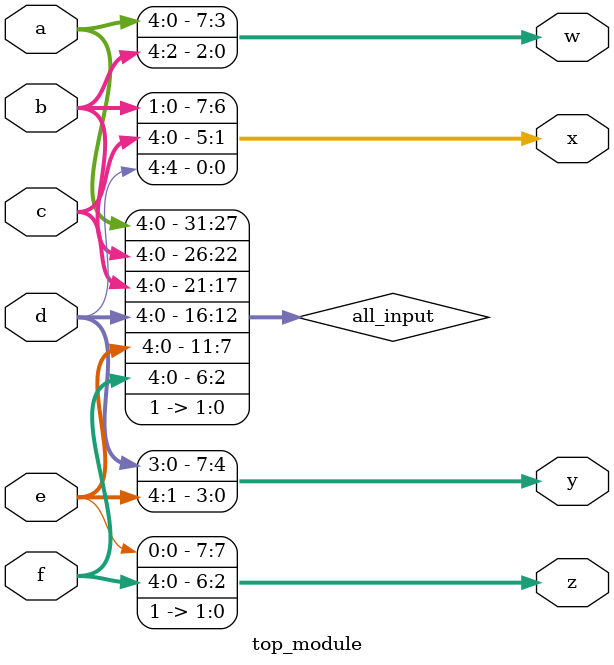
<source format=v>
module top_module(
    input [4:0] a, b, c, d, e, f,
    output [7:0] w, x, y, z
);

    wire [31:0] all_input;
    assign all_input = {a[4:0], b[4:0], c[4:0], d[4:0], e[4:0], f[4:0], 2'b11};
    
    assign w = all_input[31:24];
    assign x = all_input[23:16];
    assign y = all_input[15:8];
    assign z = all_input[7:0];

endmodule
</source>
